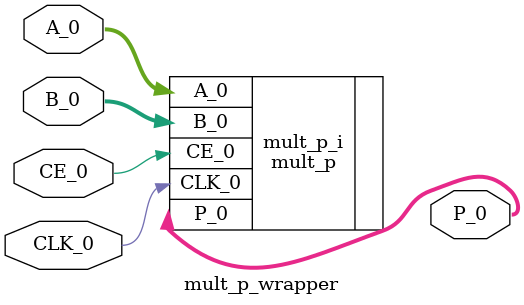
<source format=v>
`timescale 1 ps / 1 ps

module mult_p_wrapper
   (A_0,
    B_0,
    CE_0,
    CLK_0,
    P_0);
  input [8:0]A_0;
  input [8:0]B_0;
  input CE_0;
  input CLK_0;
  output [17:0]P_0;

  wire [8:0]A_0;
  wire [8:0]B_0;
  wire CE_0;
  wire CLK_0;
  wire [17:0]P_0;

  mult_p mult_p_i
       (.A_0(A_0),
        .B_0(B_0),
        .CE_0(CE_0),
        .CLK_0(CLK_0),
        .P_0(P_0));
endmodule

</source>
